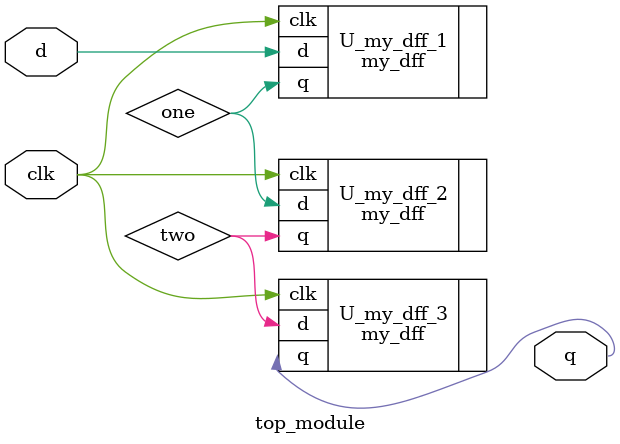
<source format=v>
module top_module ( input clk, input d, output q );
    
    wire one;
    wire two;
    
    my_dff U_my_dff_1(
        .clk(clk),
        .d(d),
        .q(one)
    );
    
    my_dff U_my_dff_2(
        .clk(clk),
        .d(one),
        .q(two)
    );
    
    my_dff U_my_dff_3(
        .clk(clk),
        .d(two),
        .q(q)
    );

endmodule
</source>
